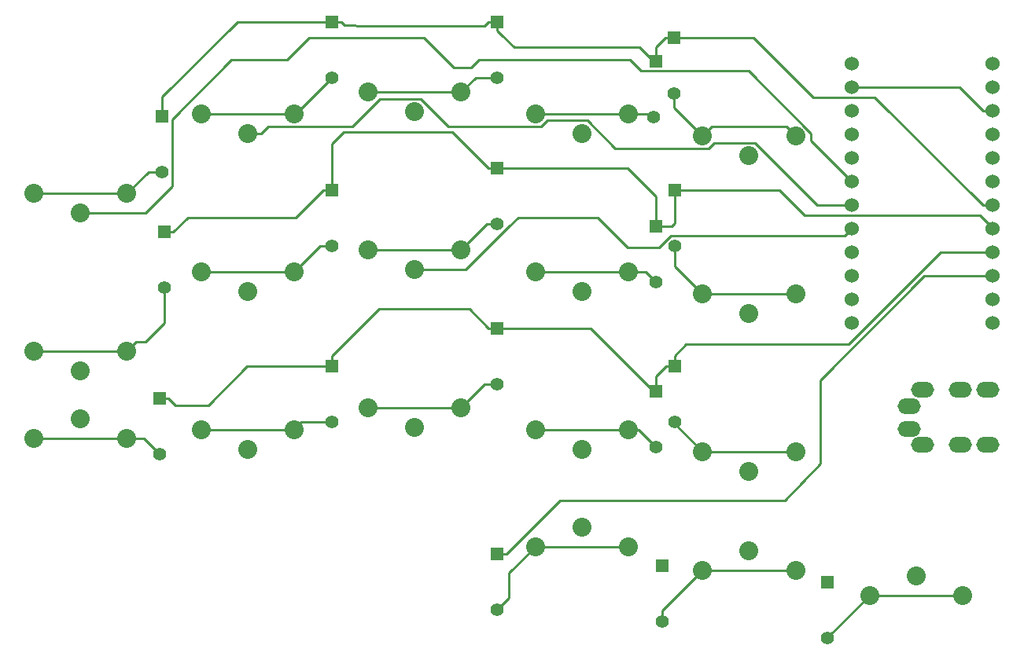
<source format=gbl>
G04 #@! TF.GenerationSoftware,KiCad,Pcbnew,(5.1.5-0-10_14)*
G04 #@! TF.CreationDate,2020-06-02T16:03:12+01:00*
G04 #@! TF.ProjectId,crabby,63726162-6279-42e6-9b69-6361645f7063,2.1*
G04 #@! TF.SameCoordinates,Original*
G04 #@! TF.FileFunction,Copper,L2,Bot*
G04 #@! TF.FilePolarity,Positive*
%FSLAX46Y46*%
G04 Gerber Fmt 4.6, Leading zero omitted, Abs format (unit mm)*
G04 Created by KiCad (PCBNEW (5.1.5-0-10_14)) date 2020-06-02 16:03:12*
%MOMM*%
%LPD*%
G04 APERTURE LIST*
%ADD10C,2.032000*%
%ADD11C,1.397000*%
%ADD12R,1.397000X1.397000*%
%ADD13C,1.524000*%
%ADD14O,2.500000X1.700000*%
%ADD15C,0.250000*%
G04 APERTURE END LIST*
D10*
X116000000Y-79420000D03*
X111000000Y-81520000D03*
X121000000Y-81520000D03*
X116000000Y-70820000D03*
X111000000Y-68720000D03*
X121000000Y-68720000D03*
D11*
X108000000Y-65545000D03*
D12*
X108000000Y-59545000D03*
D10*
X98000000Y-76880000D03*
X93000000Y-78980000D03*
X103000000Y-78980000D03*
X139000000Y-84200000D03*
X129000000Y-84200000D03*
X134000000Y-82100000D03*
D13*
X127011400Y-26922000D03*
X127011400Y-29462000D03*
X127011400Y-32002000D03*
X127011400Y-34542000D03*
X127011400Y-37082000D03*
X127011400Y-39622000D03*
X127011400Y-42162000D03*
X127011400Y-44702000D03*
X127011400Y-47242000D03*
X127011400Y-49782000D03*
X127011400Y-52322000D03*
X127011400Y-54862000D03*
X142231400Y-54862000D03*
X142231400Y-52322000D03*
X142231400Y-49782000D03*
X142231400Y-47242000D03*
X142231400Y-44702000D03*
X142231400Y-42162000D03*
X142231400Y-39622000D03*
X142231400Y-37082000D03*
X142231400Y-34542000D03*
X142231400Y-32002000D03*
X142231400Y-29462000D03*
X142231400Y-26922000D03*
D10*
X98000000Y-68445000D03*
X93000000Y-66345000D03*
X103000000Y-66345000D03*
X80000000Y-66070000D03*
X75000000Y-63970000D03*
X85000000Y-63970000D03*
X62000000Y-68445000D03*
X57000000Y-66345000D03*
X67000000Y-66345000D03*
X49000000Y-67305000D03*
X39000000Y-67305000D03*
X44000000Y-65205000D03*
X116000000Y-53820000D03*
X111000000Y-51720000D03*
X121000000Y-51720000D03*
X98000000Y-51440000D03*
X93000000Y-49340000D03*
X103000000Y-49340000D03*
X80000000Y-49070000D03*
X75000000Y-46970000D03*
X85000000Y-46970000D03*
X62000000Y-51440000D03*
X57000000Y-49340000D03*
X67000000Y-49340000D03*
X49000000Y-57900000D03*
X39000000Y-57900000D03*
X44000000Y-60000000D03*
X116000000Y-36820000D03*
X111000000Y-34720000D03*
X121000000Y-34720000D03*
X98000000Y-34440000D03*
X93000000Y-32340000D03*
X103000000Y-32340000D03*
X85000000Y-29980000D03*
X75000000Y-29980000D03*
X80000000Y-32080000D03*
X62000000Y-34440000D03*
X57000000Y-32340000D03*
X67000000Y-32340000D03*
X49000000Y-40900000D03*
X39000000Y-40900000D03*
X44000000Y-43000000D03*
D14*
X133200000Y-63790000D03*
X134700000Y-67990000D03*
X138700000Y-67990000D03*
X141700000Y-67990000D03*
X138700000Y-62040000D03*
X141700000Y-62040000D03*
X133200000Y-66240000D03*
X134700000Y-62040000D03*
D11*
X52840000Y-38560000D03*
D12*
X52840000Y-32560000D03*
X71120000Y-22400000D03*
D11*
X71120000Y-28400000D03*
X88900000Y-28400000D03*
D12*
X88900000Y-22400000D03*
D11*
X105680000Y-32670000D03*
D12*
X106000000Y-26670000D03*
D11*
X107950000Y-30130000D03*
D12*
X107950000Y-24130000D03*
D11*
X53070000Y-51060000D03*
D12*
X53070000Y-45060000D03*
X71120000Y-40545000D03*
D11*
X71120000Y-46545000D03*
X88900000Y-44170000D03*
D12*
X88900000Y-38170000D03*
D11*
X106000000Y-50450000D03*
D12*
X106000000Y-44450000D03*
D11*
X108000000Y-46545000D03*
D12*
X108000000Y-40545000D03*
D11*
X52570000Y-68995000D03*
D12*
X52570000Y-62995000D03*
D11*
X71120000Y-65545000D03*
D12*
X71120000Y-59545000D03*
X88900000Y-55420000D03*
D11*
X88900000Y-61420000D03*
X106000000Y-68230000D03*
D12*
X106000000Y-62230000D03*
D11*
X88900000Y-85780000D03*
D12*
X88900000Y-79780000D03*
D11*
X106680000Y-87050000D03*
D12*
X106680000Y-81050000D03*
D11*
X124460000Y-88780000D03*
D12*
X124460000Y-82780000D03*
D15*
X52840000Y-32560000D02*
X52840000Y-30459666D01*
X60899666Y-22400000D02*
X70171500Y-22400000D01*
X52840000Y-30459666D02*
X60899666Y-22400000D01*
X70171500Y-22400000D02*
X71120000Y-22400000D01*
X72468801Y-22800301D02*
X72068500Y-22400000D01*
X104221801Y-25160301D02*
X90711801Y-25160301D01*
X105731500Y-26670000D02*
X104221801Y-25160301D01*
X72068500Y-22400000D02*
X71120000Y-22400000D01*
X88900000Y-22400000D02*
X88900000Y-22860000D01*
X106000000Y-25721500D02*
X106000000Y-26670000D01*
X106000000Y-25131500D02*
X106000000Y-25721500D01*
X107001500Y-24130000D02*
X106000000Y-25131500D01*
X107950000Y-24130000D02*
X107001500Y-24130000D01*
X110490000Y-24130000D02*
X107950000Y-24130000D01*
X88900000Y-23348500D02*
X88900000Y-22400000D01*
X90711801Y-25160301D02*
X89290750Y-23739250D01*
X89290750Y-23739250D02*
X88900000Y-23348500D01*
X87951500Y-22400000D02*
X87491500Y-22860000D01*
X88900000Y-22400000D02*
X87951500Y-22400000D01*
X87491500Y-22860000D02*
X74930000Y-22860000D01*
X74930000Y-22860000D02*
X72468801Y-22800301D01*
X108898500Y-24130000D02*
X107950000Y-24130000D01*
X116450334Y-24130000D02*
X108898500Y-24130000D01*
X122869335Y-30549001D02*
X116450334Y-24130000D01*
X129540771Y-30549001D02*
X122869335Y-30549001D01*
X141153770Y-42162000D02*
X129540771Y-30549001D01*
X142231400Y-42162000D02*
X141153770Y-42162000D01*
X102940000Y-38170000D02*
X88900000Y-38170000D01*
X87951500Y-38170000D02*
X84071500Y-34290000D01*
X88900000Y-38170000D02*
X87951500Y-38170000D01*
X84071500Y-34290000D02*
X72390000Y-34290000D01*
X71120000Y-35560000D02*
X71120000Y-40545000D01*
X72390000Y-34290000D02*
X71120000Y-35560000D01*
X54018500Y-45060000D02*
X53070000Y-45060000D01*
X55578001Y-43500499D02*
X54018500Y-45060000D01*
X67216001Y-43500499D02*
X55578001Y-43500499D01*
X70171500Y-40545000D02*
X67216001Y-43500499D01*
X71120000Y-40545000D02*
X70171500Y-40545000D01*
X108000000Y-40545000D02*
X108000000Y-44078500D01*
X108948500Y-40545000D02*
X108000000Y-40545000D01*
X119259046Y-40545000D02*
X108948500Y-40545000D01*
X121963047Y-43249001D02*
X119259046Y-40545000D01*
X140823401Y-43249001D02*
X121963047Y-43249001D01*
X142276400Y-44702000D02*
X140823401Y-43249001D01*
X106000000Y-41230000D02*
X106000000Y-44450000D01*
X105410000Y-40640000D02*
X106000000Y-41230000D01*
X105410000Y-40640000D02*
X102940000Y-38170000D01*
X107628500Y-44450000D02*
X108000000Y-44078500D01*
X106000000Y-44450000D02*
X107628500Y-44450000D01*
X51340000Y-38560000D02*
X49000000Y-40900000D01*
X52840000Y-38560000D02*
X51340000Y-38560000D01*
X49000000Y-40900000D02*
X39000000Y-40900000D01*
X89848500Y-55420000D02*
X88900000Y-55420000D01*
X98921500Y-55420000D02*
X89848500Y-55420000D01*
X105731500Y-62230000D02*
X98921500Y-55420000D01*
X53518500Y-62995000D02*
X52570000Y-62995000D01*
X54244401Y-63720901D02*
X53518500Y-62995000D01*
X57805637Y-63720901D02*
X54244401Y-63720901D01*
X61981538Y-59545000D02*
X57805637Y-63720901D01*
X71120000Y-59545000D02*
X61981538Y-59545000D01*
X87951500Y-55420000D02*
X85871500Y-53340000D01*
X88900000Y-55420000D02*
X87951500Y-55420000D01*
X71120000Y-58596500D02*
X71120000Y-59545000D01*
X71120000Y-58415954D02*
X71120000Y-58596500D01*
X76195954Y-53340000D02*
X71120000Y-58415954D01*
X85871500Y-53340000D02*
X76195954Y-53340000D01*
X109220000Y-57150000D02*
X108000000Y-58370000D01*
X108000000Y-58370000D02*
X108000000Y-59545000D01*
X121920000Y-57150000D02*
X109220000Y-57150000D01*
X124460000Y-57150000D02*
X121920000Y-57150000D01*
X106000000Y-61281500D02*
X106000000Y-62230000D01*
X107051500Y-59545000D02*
X106000000Y-60596500D01*
X106000000Y-60596500D02*
X106000000Y-61281500D01*
X108000000Y-59545000D02*
X107051500Y-59545000D01*
X136598000Y-47242000D02*
X126730000Y-57110000D01*
X142231400Y-47242000D02*
X136598000Y-47242000D01*
X126730000Y-57110000D02*
X121920000Y-57150000D01*
X67000000Y-32340000D02*
X57000000Y-32340000D01*
X71120000Y-28400000D02*
X67180000Y-32340000D01*
X67180000Y-32340000D02*
X67000000Y-32340000D01*
X89848500Y-79780000D02*
X88900000Y-79780000D01*
X95679501Y-73948999D02*
X89848500Y-79780000D01*
X123630000Y-60990000D02*
X123630000Y-70040000D01*
X119848999Y-73948999D02*
X95679501Y-73948999D01*
X123630000Y-70040000D02*
X119848999Y-73948999D01*
X134838000Y-49782000D02*
X123630000Y-60990000D01*
X142231400Y-49782000D02*
X134838000Y-49782000D01*
X86580000Y-28400000D02*
X85000000Y-29980000D01*
X88900000Y-28400000D02*
X86580000Y-28400000D01*
X85000000Y-29980000D02*
X75000000Y-29980000D01*
X103330000Y-32670000D02*
X103000000Y-32340000D01*
X103000000Y-32340000D02*
X93000000Y-32340000D01*
X105350000Y-32340000D02*
X105680000Y-32670000D01*
X103000000Y-32340000D02*
X105350000Y-32340000D01*
X112015999Y-33704001D02*
X111000000Y-34720000D01*
X119984001Y-33704001D02*
X112015999Y-33704001D01*
X121000000Y-34720000D02*
X119984001Y-33704001D01*
X107950000Y-31670000D02*
X111000000Y-34720000D01*
X107950000Y-30130000D02*
X107950000Y-31670000D01*
X53070000Y-51060000D02*
X53070000Y-54840000D01*
X49000000Y-57900000D02*
X39000000Y-57900000D01*
X51025999Y-56884001D02*
X53070000Y-54840000D01*
X50015999Y-56884001D02*
X51025999Y-56884001D01*
X49000000Y-57900000D02*
X50015999Y-56884001D01*
X69795000Y-46545000D02*
X67000000Y-49340000D01*
X71120000Y-46545000D02*
X69795000Y-46545000D01*
X67000000Y-49340000D02*
X57000000Y-49340000D01*
X87800000Y-44170000D02*
X85000000Y-46970000D01*
X88900000Y-44170000D02*
X87800000Y-44170000D01*
X75000000Y-46970000D02*
X85000000Y-46970000D01*
X103000000Y-49340000D02*
X93000000Y-49340000D01*
X104890000Y-49340000D02*
X106000000Y-50450000D01*
X103000000Y-49340000D02*
X104890000Y-49340000D01*
X108000000Y-48720000D02*
X111000000Y-51720000D01*
X108000000Y-46545000D02*
X108000000Y-48720000D01*
X119563160Y-51720000D02*
X111000000Y-51720000D01*
X121000000Y-51720000D02*
X119563160Y-51720000D01*
X39000000Y-67305000D02*
X49000000Y-67305000D01*
X50880000Y-67305000D02*
X52570000Y-68995000D01*
X49000000Y-67305000D02*
X50880000Y-67305000D01*
X67000000Y-66345000D02*
X57000000Y-66345000D01*
X71120000Y-65545000D02*
X67800000Y-65545000D01*
X67800000Y-65545000D02*
X67000000Y-66345000D01*
X85000000Y-63970000D02*
X75000000Y-63970000D01*
X88900000Y-61420000D02*
X87550000Y-61420000D01*
X87550000Y-61420000D02*
X85000000Y-63970000D01*
X103000000Y-66345000D02*
X93000000Y-66345000D01*
X104115000Y-66345000D02*
X103000000Y-66345000D01*
X106000000Y-68230000D02*
X104115000Y-66345000D01*
X111000000Y-68720000D02*
X108000000Y-65720000D01*
X108000000Y-65720000D02*
X108000000Y-65545000D01*
X121000000Y-68720000D02*
X111000000Y-68720000D01*
X103000000Y-78980000D02*
X93000000Y-78980000D01*
X93000000Y-78980000D02*
X90170000Y-81810000D01*
X90170000Y-84510000D02*
X88900000Y-85780000D01*
X90170000Y-81810000D02*
X90170000Y-84510000D01*
X121000000Y-81520000D02*
X111000000Y-81520000D01*
X106680000Y-85840000D02*
X106680000Y-87050000D01*
X111000000Y-81520000D02*
X106680000Y-85840000D01*
X139000000Y-84200000D02*
X129000000Y-84200000D01*
X124460000Y-88740000D02*
X124460000Y-88780000D01*
X129000000Y-84200000D02*
X124460000Y-88740000D01*
X128089030Y-29462000D02*
X127011400Y-29462000D01*
X138613770Y-29462000D02*
X128089030Y-29462000D01*
X141153770Y-32002000D02*
X138613770Y-29462000D01*
X142231400Y-32002000D02*
X141153770Y-32002000D01*
X44000000Y-43000000D02*
X49350000Y-43000000D01*
X50980000Y-43000000D02*
X44000000Y-43000000D01*
X60279835Y-26500499D02*
X53863501Y-32916833D01*
X66273547Y-26500499D02*
X60279835Y-26500499D01*
X80968462Y-24130000D02*
X68644046Y-24130000D01*
X104393835Y-27693501D02*
X103200833Y-26500499D01*
X68644046Y-24130000D02*
X66273547Y-26500499D01*
X53863501Y-32916833D02*
X53863501Y-40116499D01*
X115958183Y-27693501D02*
X104393835Y-27693501D01*
X84194363Y-27355901D02*
X80968462Y-24130000D01*
X53863501Y-40116499D02*
X50980000Y-43000000D01*
X86919835Y-26500499D02*
X86064433Y-27355901D01*
X103200833Y-26500499D02*
X86919835Y-26500499D01*
X122675901Y-34411219D02*
X115958183Y-27693501D01*
X86064433Y-27355901D02*
X84194363Y-27355901D01*
X127056400Y-39622000D02*
X122675901Y-35241501D01*
X122675901Y-35241501D02*
X122675901Y-34411219D01*
X63436840Y-34440000D02*
X62000000Y-34440000D01*
X73283681Y-33681001D02*
X64195839Y-33681001D01*
X76225683Y-30738999D02*
X73283681Y-33681001D01*
X80643681Y-30738999D02*
X76225683Y-30738999D01*
X93643681Y-33681001D02*
X83585683Y-33681001D01*
X64195839Y-33681001D02*
X63436840Y-34440000D01*
X98564682Y-33020000D02*
X94304682Y-33020000D01*
X101605683Y-36061001D02*
X98564682Y-33020000D01*
X111643681Y-36061001D02*
X101605683Y-36061001D01*
X112225683Y-35478999D02*
X111643681Y-36061001D01*
X116643681Y-35478999D02*
X112225683Y-35478999D01*
X123326682Y-42162000D02*
X116643681Y-35478999D01*
X83585683Y-33681001D02*
X80643681Y-30738999D01*
X94304682Y-33020000D02*
X93643681Y-33681001D01*
X127056400Y-42162000D02*
X123326682Y-42162000D01*
X85514782Y-49070000D02*
X80000000Y-49070000D01*
X91119501Y-43500499D02*
X90170000Y-44450000D01*
X99720165Y-43500499D02*
X91119501Y-43500499D01*
X102935567Y-46715901D02*
X99720165Y-43500499D01*
X127056400Y-44702000D02*
X126284899Y-45473501D01*
X106314317Y-46715901D02*
X102935567Y-46715901D01*
X90170000Y-44450000D02*
X85514782Y-49070000D01*
X107556717Y-45473501D02*
X106314317Y-46715901D01*
X126284899Y-45473501D02*
X107556717Y-45473501D01*
M02*

</source>
